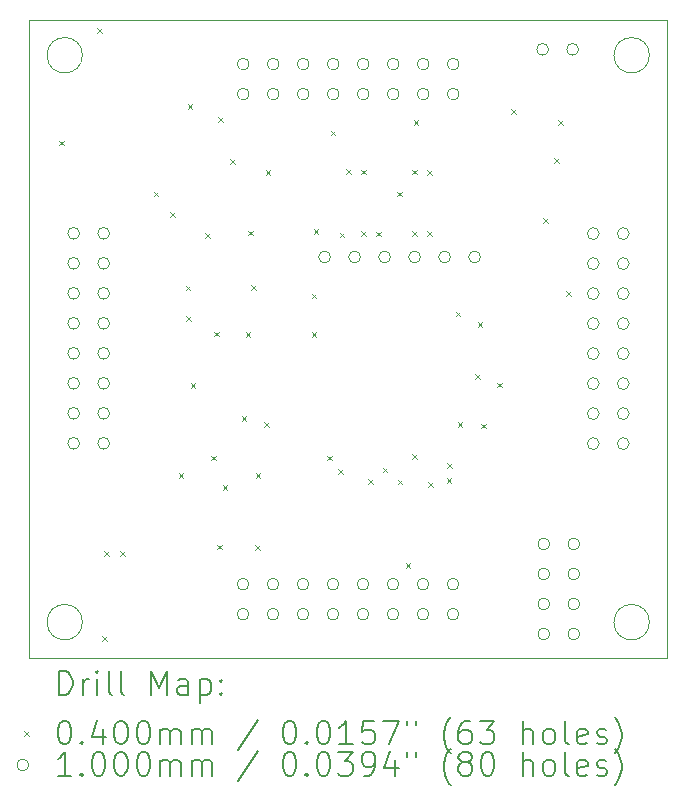
<source format=gbr>
%TF.GenerationSoftware,KiCad,Pcbnew,6.0.11+dfsg-1~bpo11+1*%
%TF.CreationDate,2023-05-15T10:52:36+02:00*%
%TF.ProjectId,avert_12,61766572-745f-4313-922e-6b696361645f,rev?*%
%TF.SameCoordinates,Original*%
%TF.FileFunction,Drillmap*%
%TF.FilePolarity,Positive*%
%FSLAX45Y45*%
G04 Gerber Fmt 4.5, Leading zero omitted, Abs format (unit mm)*
G04 Created by KiCad (PCBNEW 6.0.11+dfsg-1~bpo11+1) date 2023-05-15 10:52:36*
%MOMM*%
%LPD*%
G01*
G04 APERTURE LIST*
%ADD10C,0.100000*%
%ADD11C,0.200000*%
%ADD12C,0.040000*%
G04 APERTURE END LIST*
D10*
X12119500Y-6934000D02*
G75*
G03*
X12119500Y-6934000I-150000J0D01*
G01*
X11669500Y-12034000D02*
X17069500Y-12034000D01*
X17069500Y-12034000D02*
X17069500Y-6634000D01*
X17069500Y-6634000D02*
X11669500Y-6634000D01*
X11669500Y-6634000D02*
X11669500Y-12034000D01*
X16919500Y-11734000D02*
G75*
G03*
X16919500Y-11734000I-150000J0D01*
G01*
X16919500Y-6934000D02*
G75*
G03*
X16919500Y-6934000I-150000J0D01*
G01*
X12119500Y-11734000D02*
G75*
G03*
X12119500Y-11734000I-150000J0D01*
G01*
D11*
D12*
X11922000Y-7656000D02*
X11962000Y-7696000D01*
X11962000Y-7656000D02*
X11922000Y-7696000D01*
X12243000Y-6707000D02*
X12283000Y-6747000D01*
X12283000Y-6707000D02*
X12243000Y-6747000D01*
X12285000Y-11851000D02*
X12325000Y-11891000D01*
X12325000Y-11851000D02*
X12285000Y-11891000D01*
X12301000Y-11132000D02*
X12341000Y-11172000D01*
X12341000Y-11132000D02*
X12301000Y-11172000D01*
X12441000Y-11134000D02*
X12481000Y-11174000D01*
X12481000Y-11134000D02*
X12441000Y-11174000D01*
X12723000Y-8090000D02*
X12763000Y-8130000D01*
X12763000Y-8090000D02*
X12723000Y-8130000D01*
X12864000Y-8261000D02*
X12904000Y-8301000D01*
X12904000Y-8261000D02*
X12864000Y-8301000D01*
X12933000Y-10472000D02*
X12973000Y-10512000D01*
X12973000Y-10472000D02*
X12933000Y-10512000D01*
X12994000Y-8884000D02*
X13034000Y-8924000D01*
X13034000Y-8884000D02*
X12994000Y-8924000D01*
X12996000Y-9142000D02*
X13036000Y-9182000D01*
X13036000Y-9142000D02*
X12996000Y-9182000D01*
X13011000Y-7348000D02*
X13051000Y-7388000D01*
X13051000Y-7348000D02*
X13011000Y-7388000D01*
X13036500Y-9707500D02*
X13076500Y-9747500D01*
X13076500Y-9707500D02*
X13036500Y-9747500D01*
X13158000Y-8441000D02*
X13198000Y-8481000D01*
X13198000Y-8441000D02*
X13158000Y-8481000D01*
X13207000Y-10323000D02*
X13247000Y-10363000D01*
X13247000Y-10323000D02*
X13207000Y-10363000D01*
X13237000Y-9275000D02*
X13277000Y-9315000D01*
X13277000Y-9275000D02*
X13237000Y-9315000D01*
X13259000Y-11078000D02*
X13299000Y-11118000D01*
X13299000Y-11078000D02*
X13259000Y-11118000D01*
X13271000Y-7461000D02*
X13311000Y-7501000D01*
X13311000Y-7461000D02*
X13271000Y-7501000D01*
X13306000Y-10574000D02*
X13346000Y-10614000D01*
X13346000Y-10574000D02*
X13306000Y-10614000D01*
X13372000Y-7813000D02*
X13412000Y-7853000D01*
X13412000Y-7813000D02*
X13372000Y-7853000D01*
X13467450Y-9989000D02*
X13507450Y-10029000D01*
X13507450Y-9989000D02*
X13467450Y-10029000D01*
X13501000Y-9276000D02*
X13541000Y-9316000D01*
X13541000Y-9276000D02*
X13501000Y-9316000D01*
X13524000Y-8420000D02*
X13564000Y-8460000D01*
X13564000Y-8420000D02*
X13524000Y-8460000D01*
X13549000Y-8879000D02*
X13589000Y-8919000D01*
X13589000Y-8879000D02*
X13549000Y-8919000D01*
X13584000Y-11083000D02*
X13624000Y-11123000D01*
X13624000Y-11083000D02*
X13584000Y-11123000D01*
X13585000Y-10473000D02*
X13625000Y-10513000D01*
X13625000Y-10473000D02*
X13585000Y-10513000D01*
X13657000Y-10039000D02*
X13697000Y-10079000D01*
X13697000Y-10039000D02*
X13657000Y-10079000D01*
X13671000Y-7908000D02*
X13711000Y-7948000D01*
X13711000Y-7908000D02*
X13671000Y-7948000D01*
X14059000Y-8953000D02*
X14099000Y-8993000D01*
X14099000Y-8953000D02*
X14059000Y-8993000D01*
X14061000Y-9278000D02*
X14101000Y-9318000D01*
X14101000Y-9278000D02*
X14061000Y-9318000D01*
X14076000Y-8408000D02*
X14116000Y-8448000D01*
X14116000Y-8408000D02*
X14076000Y-8448000D01*
X14194000Y-10324000D02*
X14234000Y-10364000D01*
X14234000Y-10324000D02*
X14194000Y-10364000D01*
X14222000Y-7571450D02*
X14262000Y-7611450D01*
X14262000Y-7571450D02*
X14222000Y-7611450D01*
X14285000Y-10437000D02*
X14325000Y-10477000D01*
X14325000Y-10437000D02*
X14285000Y-10477000D01*
X14296000Y-8436000D02*
X14336000Y-8476000D01*
X14336000Y-8436000D02*
X14296000Y-8476000D01*
X14354000Y-7900000D02*
X14394000Y-7940000D01*
X14394000Y-7900000D02*
X14354000Y-7940000D01*
X14478000Y-7903000D02*
X14518000Y-7943000D01*
X14518000Y-7903000D02*
X14478000Y-7943000D01*
X14480000Y-8426000D02*
X14520000Y-8466000D01*
X14520000Y-8426000D02*
X14480000Y-8466000D01*
X14538000Y-10524000D02*
X14578000Y-10564000D01*
X14578000Y-10524000D02*
X14538000Y-10564000D01*
X14606000Y-8427000D02*
X14646000Y-8467000D01*
X14646000Y-8427000D02*
X14606000Y-8467000D01*
X14661000Y-10425000D02*
X14701000Y-10465000D01*
X14701000Y-10425000D02*
X14661000Y-10465000D01*
X14782000Y-8090000D02*
X14822000Y-8130000D01*
X14822000Y-8090000D02*
X14782000Y-8130000D01*
X14788000Y-10528000D02*
X14828000Y-10568000D01*
X14828000Y-10528000D02*
X14788000Y-10568000D01*
X14856000Y-11236000D02*
X14896000Y-11276000D01*
X14896000Y-11236000D02*
X14856000Y-11276000D01*
X14909000Y-7903000D02*
X14949000Y-7943000D01*
X14949000Y-7903000D02*
X14909000Y-7943000D01*
X14912000Y-10312000D02*
X14952000Y-10352000D01*
X14952000Y-10312000D02*
X14912000Y-10352000D01*
X14913000Y-8425000D02*
X14953000Y-8465000D01*
X14953000Y-8425000D02*
X14913000Y-8465000D01*
X14924000Y-7485000D02*
X14964000Y-7525000D01*
X14964000Y-7485000D02*
X14924000Y-7525000D01*
X15035000Y-8424000D02*
X15075000Y-8464000D01*
X15075000Y-8424000D02*
X15035000Y-8464000D01*
X15037000Y-7905000D02*
X15077000Y-7945000D01*
X15077000Y-7905000D02*
X15037000Y-7945000D01*
X15044000Y-10547000D02*
X15084000Y-10587000D01*
X15084000Y-10547000D02*
X15044000Y-10587000D01*
X15203000Y-10513000D02*
X15243000Y-10553000D01*
X15243000Y-10513000D02*
X15203000Y-10553000D01*
X15210000Y-10390000D02*
X15250000Y-10430000D01*
X15250000Y-10390000D02*
X15210000Y-10430000D01*
X15279000Y-9106000D02*
X15319000Y-9146000D01*
X15319000Y-9106000D02*
X15279000Y-9146000D01*
X15297000Y-10043000D02*
X15337000Y-10083000D01*
X15337000Y-10043000D02*
X15297000Y-10083000D01*
X15445000Y-9631000D02*
X15485000Y-9671000D01*
X15485000Y-9631000D02*
X15445000Y-9671000D01*
X15465000Y-9194000D02*
X15505000Y-9234000D01*
X15505000Y-9194000D02*
X15465000Y-9234000D01*
X15498000Y-10052000D02*
X15538000Y-10092000D01*
X15538000Y-10052000D02*
X15498000Y-10092000D01*
X15632000Y-9707000D02*
X15672000Y-9747000D01*
X15672000Y-9707000D02*
X15632000Y-9747000D01*
X15752000Y-7388000D02*
X15792000Y-7428000D01*
X15792000Y-7388000D02*
X15752000Y-7428000D01*
X16023000Y-8315000D02*
X16063000Y-8355000D01*
X16063000Y-8315000D02*
X16023000Y-8355000D01*
X16116000Y-7803000D02*
X16156000Y-7843000D01*
X16156000Y-7803000D02*
X16116000Y-7843000D01*
X16145000Y-7482000D02*
X16185000Y-7522000D01*
X16185000Y-7482000D02*
X16145000Y-7522000D01*
X16214000Y-8932000D02*
X16254000Y-8972000D01*
X16254000Y-8932000D02*
X16214000Y-8972000D01*
D10*
X12095500Y-8442000D02*
G75*
G03*
X12095500Y-8442000I-50000J0D01*
G01*
X12095500Y-8696000D02*
G75*
G03*
X12095500Y-8696000I-50000J0D01*
G01*
X12095500Y-8950000D02*
G75*
G03*
X12095500Y-8950000I-50000J0D01*
G01*
X12095500Y-9204000D02*
G75*
G03*
X12095500Y-9204000I-50000J0D01*
G01*
X12095500Y-9458000D02*
G75*
G03*
X12095500Y-9458000I-50000J0D01*
G01*
X12095500Y-9712000D02*
G75*
G03*
X12095500Y-9712000I-50000J0D01*
G01*
X12095500Y-9966000D02*
G75*
G03*
X12095500Y-9966000I-50000J0D01*
G01*
X12095500Y-10220000D02*
G75*
G03*
X12095500Y-10220000I-50000J0D01*
G01*
X12349500Y-8442000D02*
G75*
G03*
X12349500Y-8442000I-50000J0D01*
G01*
X12349500Y-8696000D02*
G75*
G03*
X12349500Y-8696000I-50000J0D01*
G01*
X12349500Y-8950000D02*
G75*
G03*
X12349500Y-8950000I-50000J0D01*
G01*
X12349500Y-9204000D02*
G75*
G03*
X12349500Y-9204000I-50000J0D01*
G01*
X12349500Y-9458000D02*
G75*
G03*
X12349500Y-9458000I-50000J0D01*
G01*
X12349500Y-9712000D02*
G75*
G03*
X12349500Y-9712000I-50000J0D01*
G01*
X12349500Y-9966000D02*
G75*
G03*
X12349500Y-9966000I-50000J0D01*
G01*
X12349500Y-10220000D02*
G75*
G03*
X12349500Y-10220000I-50000J0D01*
G01*
X13529000Y-11412000D02*
G75*
G03*
X13529000Y-11412000I-50000J0D01*
G01*
X13529000Y-11666000D02*
G75*
G03*
X13529000Y-11666000I-50000J0D01*
G01*
X13530500Y-7008750D02*
G75*
G03*
X13530500Y-7008750I-50000J0D01*
G01*
X13530500Y-7262750D02*
G75*
G03*
X13530500Y-7262750I-50000J0D01*
G01*
X13783000Y-11412000D02*
G75*
G03*
X13783000Y-11412000I-50000J0D01*
G01*
X13783000Y-11666000D02*
G75*
G03*
X13783000Y-11666000I-50000J0D01*
G01*
X13784500Y-7008750D02*
G75*
G03*
X13784500Y-7008750I-50000J0D01*
G01*
X13784500Y-7262750D02*
G75*
G03*
X13784500Y-7262750I-50000J0D01*
G01*
X14037000Y-11412000D02*
G75*
G03*
X14037000Y-11412000I-50000J0D01*
G01*
X14037000Y-11666000D02*
G75*
G03*
X14037000Y-11666000I-50000J0D01*
G01*
X14038500Y-7008750D02*
G75*
G03*
X14038500Y-7008750I-50000J0D01*
G01*
X14038500Y-7262750D02*
G75*
G03*
X14038500Y-7262750I-50000J0D01*
G01*
X14220000Y-8641500D02*
G75*
G03*
X14220000Y-8641500I-50000J0D01*
G01*
X14291000Y-11412000D02*
G75*
G03*
X14291000Y-11412000I-50000J0D01*
G01*
X14291000Y-11666000D02*
G75*
G03*
X14291000Y-11666000I-50000J0D01*
G01*
X14292500Y-7008750D02*
G75*
G03*
X14292500Y-7008750I-50000J0D01*
G01*
X14292500Y-7262750D02*
G75*
G03*
X14292500Y-7262750I-50000J0D01*
G01*
X14474000Y-8641500D02*
G75*
G03*
X14474000Y-8641500I-50000J0D01*
G01*
X14545000Y-11412000D02*
G75*
G03*
X14545000Y-11412000I-50000J0D01*
G01*
X14545000Y-11666000D02*
G75*
G03*
X14545000Y-11666000I-50000J0D01*
G01*
X14546500Y-7008750D02*
G75*
G03*
X14546500Y-7008750I-50000J0D01*
G01*
X14546500Y-7262750D02*
G75*
G03*
X14546500Y-7262750I-50000J0D01*
G01*
X14728000Y-8641500D02*
G75*
G03*
X14728000Y-8641500I-50000J0D01*
G01*
X14799000Y-11412000D02*
G75*
G03*
X14799000Y-11412000I-50000J0D01*
G01*
X14799000Y-11666000D02*
G75*
G03*
X14799000Y-11666000I-50000J0D01*
G01*
X14800500Y-7008750D02*
G75*
G03*
X14800500Y-7008750I-50000J0D01*
G01*
X14800500Y-7262750D02*
G75*
G03*
X14800500Y-7262750I-50000J0D01*
G01*
X14982000Y-8641500D02*
G75*
G03*
X14982000Y-8641500I-50000J0D01*
G01*
X15053000Y-11412000D02*
G75*
G03*
X15053000Y-11412000I-50000J0D01*
G01*
X15053000Y-11666000D02*
G75*
G03*
X15053000Y-11666000I-50000J0D01*
G01*
X15054500Y-7008750D02*
G75*
G03*
X15054500Y-7008750I-50000J0D01*
G01*
X15054500Y-7262750D02*
G75*
G03*
X15054500Y-7262750I-50000J0D01*
G01*
X15236000Y-8641500D02*
G75*
G03*
X15236000Y-8641500I-50000J0D01*
G01*
X15307000Y-11412000D02*
G75*
G03*
X15307000Y-11412000I-50000J0D01*
G01*
X15307000Y-11666000D02*
G75*
G03*
X15307000Y-11666000I-50000J0D01*
G01*
X15308500Y-7008750D02*
G75*
G03*
X15308500Y-7008750I-50000J0D01*
G01*
X15308500Y-7262750D02*
G75*
G03*
X15308500Y-7262750I-50000J0D01*
G01*
X15490000Y-8641500D02*
G75*
G03*
X15490000Y-8641500I-50000J0D01*
G01*
X16065500Y-6884000D02*
G75*
G03*
X16065500Y-6884000I-50000J0D01*
G01*
X16075500Y-11072000D02*
G75*
G03*
X16075500Y-11072000I-50000J0D01*
G01*
X16075500Y-11326000D02*
G75*
G03*
X16075500Y-11326000I-50000J0D01*
G01*
X16075500Y-11580000D02*
G75*
G03*
X16075500Y-11580000I-50000J0D01*
G01*
X16075500Y-11834000D02*
G75*
G03*
X16075500Y-11834000I-50000J0D01*
G01*
X16319500Y-6884000D02*
G75*
G03*
X16319500Y-6884000I-50000J0D01*
G01*
X16329500Y-11072000D02*
G75*
G03*
X16329500Y-11072000I-50000J0D01*
G01*
X16329500Y-11326000D02*
G75*
G03*
X16329500Y-11326000I-50000J0D01*
G01*
X16329500Y-11580000D02*
G75*
G03*
X16329500Y-11580000I-50000J0D01*
G01*
X16329500Y-11834000D02*
G75*
G03*
X16329500Y-11834000I-50000J0D01*
G01*
X16494500Y-8444000D02*
G75*
G03*
X16494500Y-8444000I-50000J0D01*
G01*
X16494500Y-8698000D02*
G75*
G03*
X16494500Y-8698000I-50000J0D01*
G01*
X16494500Y-8952000D02*
G75*
G03*
X16494500Y-8952000I-50000J0D01*
G01*
X16494500Y-9206000D02*
G75*
G03*
X16494500Y-9206000I-50000J0D01*
G01*
X16494500Y-9460000D02*
G75*
G03*
X16494500Y-9460000I-50000J0D01*
G01*
X16494500Y-9714000D02*
G75*
G03*
X16494500Y-9714000I-50000J0D01*
G01*
X16494500Y-9968000D02*
G75*
G03*
X16494500Y-9968000I-50000J0D01*
G01*
X16494500Y-10222000D02*
G75*
G03*
X16494500Y-10222000I-50000J0D01*
G01*
X16748500Y-8444000D02*
G75*
G03*
X16748500Y-8444000I-50000J0D01*
G01*
X16748500Y-8698000D02*
G75*
G03*
X16748500Y-8698000I-50000J0D01*
G01*
X16748500Y-8952000D02*
G75*
G03*
X16748500Y-8952000I-50000J0D01*
G01*
X16748500Y-9206000D02*
G75*
G03*
X16748500Y-9206000I-50000J0D01*
G01*
X16748500Y-9460000D02*
G75*
G03*
X16748500Y-9460000I-50000J0D01*
G01*
X16748500Y-9714000D02*
G75*
G03*
X16748500Y-9714000I-50000J0D01*
G01*
X16748500Y-9968000D02*
G75*
G03*
X16748500Y-9968000I-50000J0D01*
G01*
X16748500Y-10222000D02*
G75*
G03*
X16748500Y-10222000I-50000J0D01*
G01*
D11*
X11922119Y-12349476D02*
X11922119Y-12149476D01*
X11969738Y-12149476D01*
X11998309Y-12159000D01*
X12017357Y-12178048D01*
X12026881Y-12197095D01*
X12036405Y-12235190D01*
X12036405Y-12263762D01*
X12026881Y-12301857D01*
X12017357Y-12320905D01*
X11998309Y-12339952D01*
X11969738Y-12349476D01*
X11922119Y-12349476D01*
X12122119Y-12349476D02*
X12122119Y-12216143D01*
X12122119Y-12254238D02*
X12131643Y-12235190D01*
X12141167Y-12225667D01*
X12160214Y-12216143D01*
X12179262Y-12216143D01*
X12245928Y-12349476D02*
X12245928Y-12216143D01*
X12245928Y-12149476D02*
X12236405Y-12159000D01*
X12245928Y-12168524D01*
X12255452Y-12159000D01*
X12245928Y-12149476D01*
X12245928Y-12168524D01*
X12369738Y-12349476D02*
X12350690Y-12339952D01*
X12341167Y-12320905D01*
X12341167Y-12149476D01*
X12474500Y-12349476D02*
X12455452Y-12339952D01*
X12445928Y-12320905D01*
X12445928Y-12149476D01*
X12703071Y-12349476D02*
X12703071Y-12149476D01*
X12769738Y-12292333D01*
X12836405Y-12149476D01*
X12836405Y-12349476D01*
X13017357Y-12349476D02*
X13017357Y-12244714D01*
X13007833Y-12225667D01*
X12988786Y-12216143D01*
X12950690Y-12216143D01*
X12931643Y-12225667D01*
X13017357Y-12339952D02*
X12998309Y-12349476D01*
X12950690Y-12349476D01*
X12931643Y-12339952D01*
X12922119Y-12320905D01*
X12922119Y-12301857D01*
X12931643Y-12282809D01*
X12950690Y-12273286D01*
X12998309Y-12273286D01*
X13017357Y-12263762D01*
X13112595Y-12216143D02*
X13112595Y-12416143D01*
X13112595Y-12225667D02*
X13131643Y-12216143D01*
X13169738Y-12216143D01*
X13188786Y-12225667D01*
X13198309Y-12235190D01*
X13207833Y-12254238D01*
X13207833Y-12311381D01*
X13198309Y-12330428D01*
X13188786Y-12339952D01*
X13169738Y-12349476D01*
X13131643Y-12349476D01*
X13112595Y-12339952D01*
X13293548Y-12330428D02*
X13303071Y-12339952D01*
X13293548Y-12349476D01*
X13284024Y-12339952D01*
X13293548Y-12330428D01*
X13293548Y-12349476D01*
X13293548Y-12225667D02*
X13303071Y-12235190D01*
X13293548Y-12244714D01*
X13284024Y-12235190D01*
X13293548Y-12225667D01*
X13293548Y-12244714D01*
D12*
X11624500Y-12659000D02*
X11664500Y-12699000D01*
X11664500Y-12659000D02*
X11624500Y-12699000D01*
D11*
X11960214Y-12569476D02*
X11979262Y-12569476D01*
X11998309Y-12579000D01*
X12007833Y-12588524D01*
X12017357Y-12607571D01*
X12026881Y-12645667D01*
X12026881Y-12693286D01*
X12017357Y-12731381D01*
X12007833Y-12750428D01*
X11998309Y-12759952D01*
X11979262Y-12769476D01*
X11960214Y-12769476D01*
X11941167Y-12759952D01*
X11931643Y-12750428D01*
X11922119Y-12731381D01*
X11912595Y-12693286D01*
X11912595Y-12645667D01*
X11922119Y-12607571D01*
X11931643Y-12588524D01*
X11941167Y-12579000D01*
X11960214Y-12569476D01*
X12112595Y-12750428D02*
X12122119Y-12759952D01*
X12112595Y-12769476D01*
X12103071Y-12759952D01*
X12112595Y-12750428D01*
X12112595Y-12769476D01*
X12293548Y-12636143D02*
X12293548Y-12769476D01*
X12245928Y-12559952D02*
X12198309Y-12702809D01*
X12322119Y-12702809D01*
X12436405Y-12569476D02*
X12455452Y-12569476D01*
X12474500Y-12579000D01*
X12484024Y-12588524D01*
X12493548Y-12607571D01*
X12503071Y-12645667D01*
X12503071Y-12693286D01*
X12493548Y-12731381D01*
X12484024Y-12750428D01*
X12474500Y-12759952D01*
X12455452Y-12769476D01*
X12436405Y-12769476D01*
X12417357Y-12759952D01*
X12407833Y-12750428D01*
X12398309Y-12731381D01*
X12388786Y-12693286D01*
X12388786Y-12645667D01*
X12398309Y-12607571D01*
X12407833Y-12588524D01*
X12417357Y-12579000D01*
X12436405Y-12569476D01*
X12626881Y-12569476D02*
X12645928Y-12569476D01*
X12664976Y-12579000D01*
X12674500Y-12588524D01*
X12684024Y-12607571D01*
X12693548Y-12645667D01*
X12693548Y-12693286D01*
X12684024Y-12731381D01*
X12674500Y-12750428D01*
X12664976Y-12759952D01*
X12645928Y-12769476D01*
X12626881Y-12769476D01*
X12607833Y-12759952D01*
X12598309Y-12750428D01*
X12588786Y-12731381D01*
X12579262Y-12693286D01*
X12579262Y-12645667D01*
X12588786Y-12607571D01*
X12598309Y-12588524D01*
X12607833Y-12579000D01*
X12626881Y-12569476D01*
X12779262Y-12769476D02*
X12779262Y-12636143D01*
X12779262Y-12655190D02*
X12788786Y-12645667D01*
X12807833Y-12636143D01*
X12836405Y-12636143D01*
X12855452Y-12645667D01*
X12864976Y-12664714D01*
X12864976Y-12769476D01*
X12864976Y-12664714D02*
X12874500Y-12645667D01*
X12893548Y-12636143D01*
X12922119Y-12636143D01*
X12941167Y-12645667D01*
X12950690Y-12664714D01*
X12950690Y-12769476D01*
X13045928Y-12769476D02*
X13045928Y-12636143D01*
X13045928Y-12655190D02*
X13055452Y-12645667D01*
X13074500Y-12636143D01*
X13103071Y-12636143D01*
X13122119Y-12645667D01*
X13131643Y-12664714D01*
X13131643Y-12769476D01*
X13131643Y-12664714D02*
X13141167Y-12645667D01*
X13160214Y-12636143D01*
X13188786Y-12636143D01*
X13207833Y-12645667D01*
X13217357Y-12664714D01*
X13217357Y-12769476D01*
X13607833Y-12559952D02*
X13436405Y-12817095D01*
X13864976Y-12569476D02*
X13884024Y-12569476D01*
X13903071Y-12579000D01*
X13912595Y-12588524D01*
X13922119Y-12607571D01*
X13931643Y-12645667D01*
X13931643Y-12693286D01*
X13922119Y-12731381D01*
X13912595Y-12750428D01*
X13903071Y-12759952D01*
X13884024Y-12769476D01*
X13864976Y-12769476D01*
X13845928Y-12759952D01*
X13836405Y-12750428D01*
X13826881Y-12731381D01*
X13817357Y-12693286D01*
X13817357Y-12645667D01*
X13826881Y-12607571D01*
X13836405Y-12588524D01*
X13845928Y-12579000D01*
X13864976Y-12569476D01*
X14017357Y-12750428D02*
X14026881Y-12759952D01*
X14017357Y-12769476D01*
X14007833Y-12759952D01*
X14017357Y-12750428D01*
X14017357Y-12769476D01*
X14150690Y-12569476D02*
X14169738Y-12569476D01*
X14188786Y-12579000D01*
X14198309Y-12588524D01*
X14207833Y-12607571D01*
X14217357Y-12645667D01*
X14217357Y-12693286D01*
X14207833Y-12731381D01*
X14198309Y-12750428D01*
X14188786Y-12759952D01*
X14169738Y-12769476D01*
X14150690Y-12769476D01*
X14131643Y-12759952D01*
X14122119Y-12750428D01*
X14112595Y-12731381D01*
X14103071Y-12693286D01*
X14103071Y-12645667D01*
X14112595Y-12607571D01*
X14122119Y-12588524D01*
X14131643Y-12579000D01*
X14150690Y-12569476D01*
X14407833Y-12769476D02*
X14293548Y-12769476D01*
X14350690Y-12769476D02*
X14350690Y-12569476D01*
X14331643Y-12598048D01*
X14312595Y-12617095D01*
X14293548Y-12626619D01*
X14588786Y-12569476D02*
X14493548Y-12569476D01*
X14484024Y-12664714D01*
X14493548Y-12655190D01*
X14512595Y-12645667D01*
X14560214Y-12645667D01*
X14579262Y-12655190D01*
X14588786Y-12664714D01*
X14598309Y-12683762D01*
X14598309Y-12731381D01*
X14588786Y-12750428D01*
X14579262Y-12759952D01*
X14560214Y-12769476D01*
X14512595Y-12769476D01*
X14493548Y-12759952D01*
X14484024Y-12750428D01*
X14664976Y-12569476D02*
X14798309Y-12569476D01*
X14712595Y-12769476D01*
X14864976Y-12569476D02*
X14864976Y-12607571D01*
X14941167Y-12569476D02*
X14941167Y-12607571D01*
X15236405Y-12845667D02*
X15226881Y-12836143D01*
X15207833Y-12807571D01*
X15198309Y-12788524D01*
X15188786Y-12759952D01*
X15179262Y-12712333D01*
X15179262Y-12674238D01*
X15188786Y-12626619D01*
X15198309Y-12598048D01*
X15207833Y-12579000D01*
X15226881Y-12550428D01*
X15236405Y-12540905D01*
X15398309Y-12569476D02*
X15360214Y-12569476D01*
X15341167Y-12579000D01*
X15331643Y-12588524D01*
X15312595Y-12617095D01*
X15303071Y-12655190D01*
X15303071Y-12731381D01*
X15312595Y-12750428D01*
X15322119Y-12759952D01*
X15341167Y-12769476D01*
X15379262Y-12769476D01*
X15398309Y-12759952D01*
X15407833Y-12750428D01*
X15417357Y-12731381D01*
X15417357Y-12683762D01*
X15407833Y-12664714D01*
X15398309Y-12655190D01*
X15379262Y-12645667D01*
X15341167Y-12645667D01*
X15322119Y-12655190D01*
X15312595Y-12664714D01*
X15303071Y-12683762D01*
X15484024Y-12569476D02*
X15607833Y-12569476D01*
X15541167Y-12645667D01*
X15569738Y-12645667D01*
X15588786Y-12655190D01*
X15598309Y-12664714D01*
X15607833Y-12683762D01*
X15607833Y-12731381D01*
X15598309Y-12750428D01*
X15588786Y-12759952D01*
X15569738Y-12769476D01*
X15512595Y-12769476D01*
X15493548Y-12759952D01*
X15484024Y-12750428D01*
X15845928Y-12769476D02*
X15845928Y-12569476D01*
X15931643Y-12769476D02*
X15931643Y-12664714D01*
X15922119Y-12645667D01*
X15903071Y-12636143D01*
X15874500Y-12636143D01*
X15855452Y-12645667D01*
X15845928Y-12655190D01*
X16055452Y-12769476D02*
X16036405Y-12759952D01*
X16026881Y-12750428D01*
X16017357Y-12731381D01*
X16017357Y-12674238D01*
X16026881Y-12655190D01*
X16036405Y-12645667D01*
X16055452Y-12636143D01*
X16084024Y-12636143D01*
X16103071Y-12645667D01*
X16112595Y-12655190D01*
X16122119Y-12674238D01*
X16122119Y-12731381D01*
X16112595Y-12750428D01*
X16103071Y-12759952D01*
X16084024Y-12769476D01*
X16055452Y-12769476D01*
X16236405Y-12769476D02*
X16217357Y-12759952D01*
X16207833Y-12740905D01*
X16207833Y-12569476D01*
X16388786Y-12759952D02*
X16369738Y-12769476D01*
X16331643Y-12769476D01*
X16312595Y-12759952D01*
X16303071Y-12740905D01*
X16303071Y-12664714D01*
X16312595Y-12645667D01*
X16331643Y-12636143D01*
X16369738Y-12636143D01*
X16388786Y-12645667D01*
X16398309Y-12664714D01*
X16398309Y-12683762D01*
X16303071Y-12702809D01*
X16474500Y-12759952D02*
X16493548Y-12769476D01*
X16531643Y-12769476D01*
X16550690Y-12759952D01*
X16560214Y-12740905D01*
X16560214Y-12731381D01*
X16550690Y-12712333D01*
X16531643Y-12702809D01*
X16503071Y-12702809D01*
X16484024Y-12693286D01*
X16474500Y-12674238D01*
X16474500Y-12664714D01*
X16484024Y-12645667D01*
X16503071Y-12636143D01*
X16531643Y-12636143D01*
X16550690Y-12645667D01*
X16626881Y-12845667D02*
X16636405Y-12836143D01*
X16655452Y-12807571D01*
X16664976Y-12788524D01*
X16674500Y-12759952D01*
X16684024Y-12712333D01*
X16684024Y-12674238D01*
X16674500Y-12626619D01*
X16664976Y-12598048D01*
X16655452Y-12579000D01*
X16636405Y-12550428D01*
X16626881Y-12540905D01*
D10*
X11664500Y-12943000D02*
G75*
G03*
X11664500Y-12943000I-50000J0D01*
G01*
D11*
X12026881Y-13033476D02*
X11912595Y-13033476D01*
X11969738Y-13033476D02*
X11969738Y-12833476D01*
X11950690Y-12862048D01*
X11931643Y-12881095D01*
X11912595Y-12890619D01*
X12112595Y-13014428D02*
X12122119Y-13023952D01*
X12112595Y-13033476D01*
X12103071Y-13023952D01*
X12112595Y-13014428D01*
X12112595Y-13033476D01*
X12245928Y-12833476D02*
X12264976Y-12833476D01*
X12284024Y-12843000D01*
X12293548Y-12852524D01*
X12303071Y-12871571D01*
X12312595Y-12909667D01*
X12312595Y-12957286D01*
X12303071Y-12995381D01*
X12293548Y-13014428D01*
X12284024Y-13023952D01*
X12264976Y-13033476D01*
X12245928Y-13033476D01*
X12226881Y-13023952D01*
X12217357Y-13014428D01*
X12207833Y-12995381D01*
X12198309Y-12957286D01*
X12198309Y-12909667D01*
X12207833Y-12871571D01*
X12217357Y-12852524D01*
X12226881Y-12843000D01*
X12245928Y-12833476D01*
X12436405Y-12833476D02*
X12455452Y-12833476D01*
X12474500Y-12843000D01*
X12484024Y-12852524D01*
X12493548Y-12871571D01*
X12503071Y-12909667D01*
X12503071Y-12957286D01*
X12493548Y-12995381D01*
X12484024Y-13014428D01*
X12474500Y-13023952D01*
X12455452Y-13033476D01*
X12436405Y-13033476D01*
X12417357Y-13023952D01*
X12407833Y-13014428D01*
X12398309Y-12995381D01*
X12388786Y-12957286D01*
X12388786Y-12909667D01*
X12398309Y-12871571D01*
X12407833Y-12852524D01*
X12417357Y-12843000D01*
X12436405Y-12833476D01*
X12626881Y-12833476D02*
X12645928Y-12833476D01*
X12664976Y-12843000D01*
X12674500Y-12852524D01*
X12684024Y-12871571D01*
X12693548Y-12909667D01*
X12693548Y-12957286D01*
X12684024Y-12995381D01*
X12674500Y-13014428D01*
X12664976Y-13023952D01*
X12645928Y-13033476D01*
X12626881Y-13033476D01*
X12607833Y-13023952D01*
X12598309Y-13014428D01*
X12588786Y-12995381D01*
X12579262Y-12957286D01*
X12579262Y-12909667D01*
X12588786Y-12871571D01*
X12598309Y-12852524D01*
X12607833Y-12843000D01*
X12626881Y-12833476D01*
X12779262Y-13033476D02*
X12779262Y-12900143D01*
X12779262Y-12919190D02*
X12788786Y-12909667D01*
X12807833Y-12900143D01*
X12836405Y-12900143D01*
X12855452Y-12909667D01*
X12864976Y-12928714D01*
X12864976Y-13033476D01*
X12864976Y-12928714D02*
X12874500Y-12909667D01*
X12893548Y-12900143D01*
X12922119Y-12900143D01*
X12941167Y-12909667D01*
X12950690Y-12928714D01*
X12950690Y-13033476D01*
X13045928Y-13033476D02*
X13045928Y-12900143D01*
X13045928Y-12919190D02*
X13055452Y-12909667D01*
X13074500Y-12900143D01*
X13103071Y-12900143D01*
X13122119Y-12909667D01*
X13131643Y-12928714D01*
X13131643Y-13033476D01*
X13131643Y-12928714D02*
X13141167Y-12909667D01*
X13160214Y-12900143D01*
X13188786Y-12900143D01*
X13207833Y-12909667D01*
X13217357Y-12928714D01*
X13217357Y-13033476D01*
X13607833Y-12823952D02*
X13436405Y-13081095D01*
X13864976Y-12833476D02*
X13884024Y-12833476D01*
X13903071Y-12843000D01*
X13912595Y-12852524D01*
X13922119Y-12871571D01*
X13931643Y-12909667D01*
X13931643Y-12957286D01*
X13922119Y-12995381D01*
X13912595Y-13014428D01*
X13903071Y-13023952D01*
X13884024Y-13033476D01*
X13864976Y-13033476D01*
X13845928Y-13023952D01*
X13836405Y-13014428D01*
X13826881Y-12995381D01*
X13817357Y-12957286D01*
X13817357Y-12909667D01*
X13826881Y-12871571D01*
X13836405Y-12852524D01*
X13845928Y-12843000D01*
X13864976Y-12833476D01*
X14017357Y-13014428D02*
X14026881Y-13023952D01*
X14017357Y-13033476D01*
X14007833Y-13023952D01*
X14017357Y-13014428D01*
X14017357Y-13033476D01*
X14150690Y-12833476D02*
X14169738Y-12833476D01*
X14188786Y-12843000D01*
X14198309Y-12852524D01*
X14207833Y-12871571D01*
X14217357Y-12909667D01*
X14217357Y-12957286D01*
X14207833Y-12995381D01*
X14198309Y-13014428D01*
X14188786Y-13023952D01*
X14169738Y-13033476D01*
X14150690Y-13033476D01*
X14131643Y-13023952D01*
X14122119Y-13014428D01*
X14112595Y-12995381D01*
X14103071Y-12957286D01*
X14103071Y-12909667D01*
X14112595Y-12871571D01*
X14122119Y-12852524D01*
X14131643Y-12843000D01*
X14150690Y-12833476D01*
X14284024Y-12833476D02*
X14407833Y-12833476D01*
X14341167Y-12909667D01*
X14369738Y-12909667D01*
X14388786Y-12919190D01*
X14398309Y-12928714D01*
X14407833Y-12947762D01*
X14407833Y-12995381D01*
X14398309Y-13014428D01*
X14388786Y-13023952D01*
X14369738Y-13033476D01*
X14312595Y-13033476D01*
X14293548Y-13023952D01*
X14284024Y-13014428D01*
X14503071Y-13033476D02*
X14541167Y-13033476D01*
X14560214Y-13023952D01*
X14569738Y-13014428D01*
X14588786Y-12985857D01*
X14598309Y-12947762D01*
X14598309Y-12871571D01*
X14588786Y-12852524D01*
X14579262Y-12843000D01*
X14560214Y-12833476D01*
X14522119Y-12833476D01*
X14503071Y-12843000D01*
X14493548Y-12852524D01*
X14484024Y-12871571D01*
X14484024Y-12919190D01*
X14493548Y-12938238D01*
X14503071Y-12947762D01*
X14522119Y-12957286D01*
X14560214Y-12957286D01*
X14579262Y-12947762D01*
X14588786Y-12938238D01*
X14598309Y-12919190D01*
X14769738Y-12900143D02*
X14769738Y-13033476D01*
X14722119Y-12823952D02*
X14674500Y-12966809D01*
X14798309Y-12966809D01*
X14864976Y-12833476D02*
X14864976Y-12871571D01*
X14941167Y-12833476D02*
X14941167Y-12871571D01*
X15236405Y-13109667D02*
X15226881Y-13100143D01*
X15207833Y-13071571D01*
X15198309Y-13052524D01*
X15188786Y-13023952D01*
X15179262Y-12976333D01*
X15179262Y-12938238D01*
X15188786Y-12890619D01*
X15198309Y-12862048D01*
X15207833Y-12843000D01*
X15226881Y-12814428D01*
X15236405Y-12804905D01*
X15341167Y-12919190D02*
X15322119Y-12909667D01*
X15312595Y-12900143D01*
X15303071Y-12881095D01*
X15303071Y-12871571D01*
X15312595Y-12852524D01*
X15322119Y-12843000D01*
X15341167Y-12833476D01*
X15379262Y-12833476D01*
X15398309Y-12843000D01*
X15407833Y-12852524D01*
X15417357Y-12871571D01*
X15417357Y-12881095D01*
X15407833Y-12900143D01*
X15398309Y-12909667D01*
X15379262Y-12919190D01*
X15341167Y-12919190D01*
X15322119Y-12928714D01*
X15312595Y-12938238D01*
X15303071Y-12957286D01*
X15303071Y-12995381D01*
X15312595Y-13014428D01*
X15322119Y-13023952D01*
X15341167Y-13033476D01*
X15379262Y-13033476D01*
X15398309Y-13023952D01*
X15407833Y-13014428D01*
X15417357Y-12995381D01*
X15417357Y-12957286D01*
X15407833Y-12938238D01*
X15398309Y-12928714D01*
X15379262Y-12919190D01*
X15541167Y-12833476D02*
X15560214Y-12833476D01*
X15579262Y-12843000D01*
X15588786Y-12852524D01*
X15598309Y-12871571D01*
X15607833Y-12909667D01*
X15607833Y-12957286D01*
X15598309Y-12995381D01*
X15588786Y-13014428D01*
X15579262Y-13023952D01*
X15560214Y-13033476D01*
X15541167Y-13033476D01*
X15522119Y-13023952D01*
X15512595Y-13014428D01*
X15503071Y-12995381D01*
X15493548Y-12957286D01*
X15493548Y-12909667D01*
X15503071Y-12871571D01*
X15512595Y-12852524D01*
X15522119Y-12843000D01*
X15541167Y-12833476D01*
X15845928Y-13033476D02*
X15845928Y-12833476D01*
X15931643Y-13033476D02*
X15931643Y-12928714D01*
X15922119Y-12909667D01*
X15903071Y-12900143D01*
X15874500Y-12900143D01*
X15855452Y-12909667D01*
X15845928Y-12919190D01*
X16055452Y-13033476D02*
X16036405Y-13023952D01*
X16026881Y-13014428D01*
X16017357Y-12995381D01*
X16017357Y-12938238D01*
X16026881Y-12919190D01*
X16036405Y-12909667D01*
X16055452Y-12900143D01*
X16084024Y-12900143D01*
X16103071Y-12909667D01*
X16112595Y-12919190D01*
X16122119Y-12938238D01*
X16122119Y-12995381D01*
X16112595Y-13014428D01*
X16103071Y-13023952D01*
X16084024Y-13033476D01*
X16055452Y-13033476D01*
X16236405Y-13033476D02*
X16217357Y-13023952D01*
X16207833Y-13004905D01*
X16207833Y-12833476D01*
X16388786Y-13023952D02*
X16369738Y-13033476D01*
X16331643Y-13033476D01*
X16312595Y-13023952D01*
X16303071Y-13004905D01*
X16303071Y-12928714D01*
X16312595Y-12909667D01*
X16331643Y-12900143D01*
X16369738Y-12900143D01*
X16388786Y-12909667D01*
X16398309Y-12928714D01*
X16398309Y-12947762D01*
X16303071Y-12966809D01*
X16474500Y-13023952D02*
X16493548Y-13033476D01*
X16531643Y-13033476D01*
X16550690Y-13023952D01*
X16560214Y-13004905D01*
X16560214Y-12995381D01*
X16550690Y-12976333D01*
X16531643Y-12966809D01*
X16503071Y-12966809D01*
X16484024Y-12957286D01*
X16474500Y-12938238D01*
X16474500Y-12928714D01*
X16484024Y-12909667D01*
X16503071Y-12900143D01*
X16531643Y-12900143D01*
X16550690Y-12909667D01*
X16626881Y-13109667D02*
X16636405Y-13100143D01*
X16655452Y-13071571D01*
X16664976Y-13052524D01*
X16674500Y-13023952D01*
X16684024Y-12976333D01*
X16684024Y-12938238D01*
X16674500Y-12890619D01*
X16664976Y-12862048D01*
X16655452Y-12843000D01*
X16636405Y-12814428D01*
X16626881Y-12804905D01*
M02*

</source>
